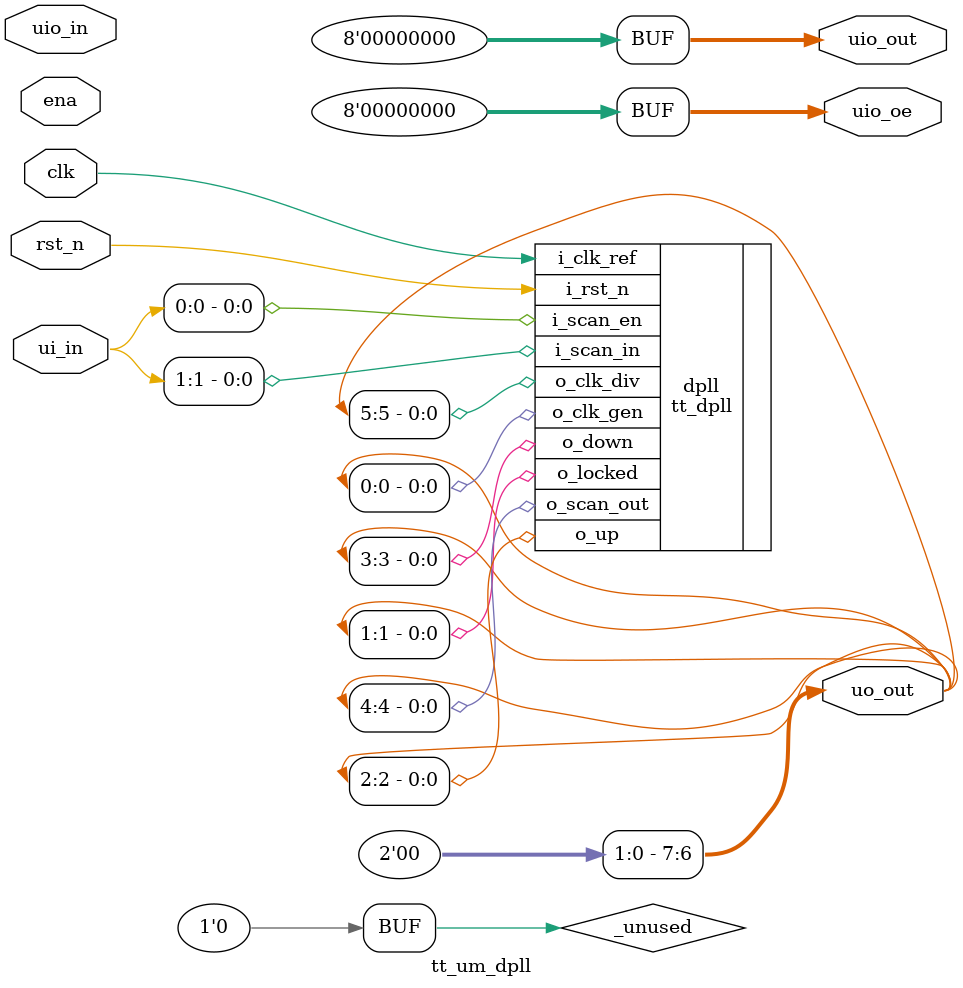
<source format=sv>
`default_nettype none

module tt_um_dpll (
    input  wire [7:0] ui_in,    // Dedicated inputs
    output wire [7:0] uo_out,   // Dedicated outputs
    input  wire [7:0] uio_in,   // IOs: Input path
    output wire [7:0] uio_out,  // IOs: Output path
    output wire [7:0] uio_oe,   // IOs: Enable path (active high: 0=input, 1=output)
    input  wire       ena,      // always 1 when the design is powered, so you can ignore it
    input  wire       clk,      // clock
    input  wire       rst_n     // reset_n - low to reset - active-low reset
);

  // All output pins must be assigned. If not used, assign to 0.
  assign uo_out[7:6]  = 2'b0;
  assign uio_out = 8'b0;
  assign uio_oe  = 8'b0;


  tt_dpll dpll (
    .i_clk_ref(clk),
    .i_rst_n(rst_n),
    .o_clk_gen(uo_out[0]),
    .o_locked (uo_out[1]),
    .o_up     (uo_out[2]),
    .o_down   (uo_out[3]),

    .o_clk_div(uo_out[5]),

    // Scan chain
    .i_scan_en(ui_in[0]),
	  .i_scan_in(ui_in[1]),
    .o_scan_out(uo_out[4])
  );

  // List all unused inputs to prevent warnings
  wire _unused = &{ena, ui_in[7:2], uio_in, 1'b0};

endmodule

</source>
